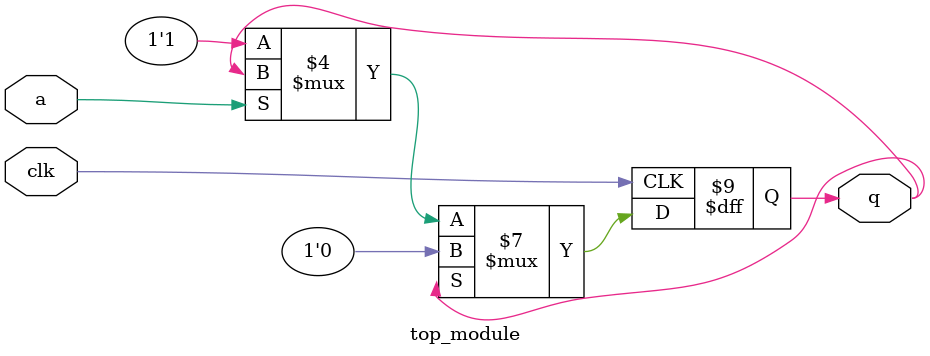
<source format=sv>
module top_module (
	input clk,
	input a, 
	output reg q
);

	always @(posedge clk) begin
		if (q == 1) begin
			q <= 0;
		end else if (a == 0) begin
			q <= 1;
		end
	end

endmodule

</source>
